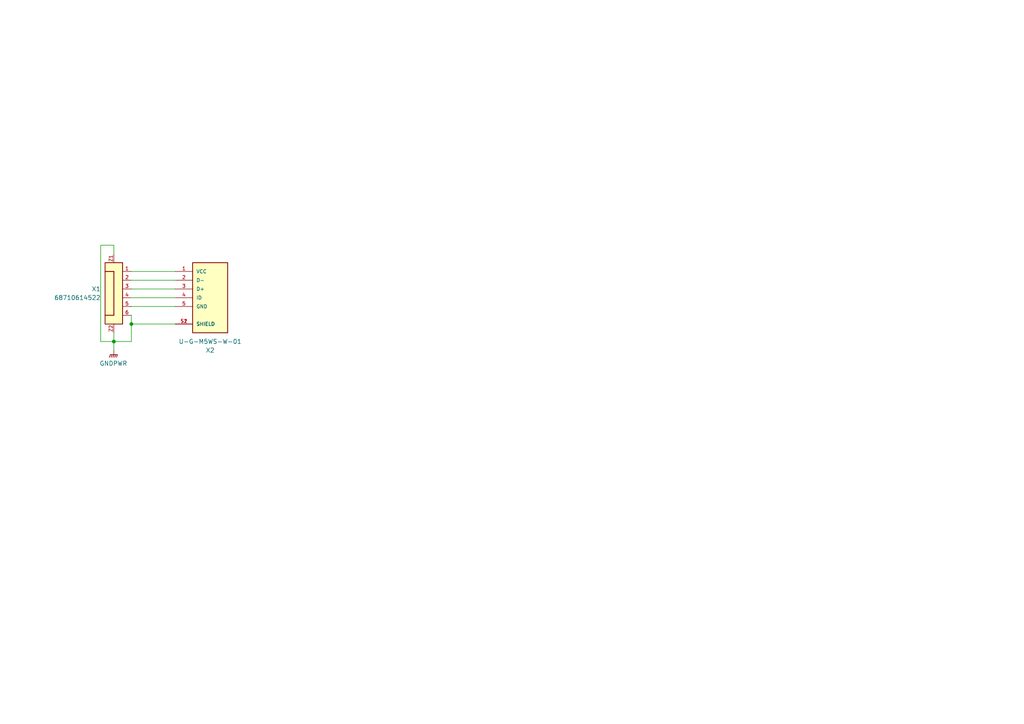
<source format=kicad_sch>
(kicad_sch (version 20231120) (generator "eeschema") (generator_version "8.0")
  (paper "A4")
  (lib_symbols
    (symbol "68710614522:68710614522" (pin_names (offset 1.016))
      (property "Reference" "J" (at -1.27 3.048 0))
      (property "Value" "68710614522" (at 6.05 -5.08 0))
      (symbol "68710614522_0_0"
        (rectangle (start -10.16 -2.54) (end 7.62 2.54) (stroke (width 0.254)) (fill (type background)))
        (polyline (pts (xy -7.62 0) (xy 5.08 0)) (stroke (width 0.254)))
        (polyline (pts (xy -7.62 2.54) (xy -7.62 0)) (stroke (width 0.254)))
        (polyline (pts (xy 5.08 0) (xy 5.08 2.54)) (stroke (width 0.254)))
        (pin passive line (at 5.08 -5.08 90) (length 2.54) (name "~") (number "1"))
        (pin passive line (at 2.54 -5.08 90) (length 2.54) (name "~") (number "2"))
        (pin passive line (at 0 -5.08 90) (length 2.54) (name "~") (number "3"))
        (pin passive line (at -2.54 -5.08 90) (length 2.54) (name "~") (number "4"))
        (pin passive line (at -5.08 -5.08 90) (length 2.54) (name "~") (number "5"))
        (pin passive line (at -7.62 -5.08 90) (length 2.54) (name "~") (number "6"))
        (pin passive line (at 10.16 0 180) (length 2.54) (name "~") (number "Z1"))
        (pin passive line (at -12.7 0 0) (length 2.54) (name "~") (number "Z2"))
      )
    )
    (symbol "U-G-M5WS-W-01:U-G-M5WS-W-01" (pin_names (offset 1.016))
      (property "Reference" "J" (at -5.08 11.43 0))
      (property "Value" "U-G-M5WS-W-01" (at -5.08 -12.7 0))
      (symbol "U-G-M5WS-W-01_0_0"
        (rectangle (start -5.08 -10.16) (end 5.08 10.16) (stroke (width 0.254)) (fill (type background)))
        (pin power_in line (at -10.16 7.62 0) (length 5.08) (name "VCC") (number "1"))
        (pin bidirectional line (at -10.16 5.08 0) (length 5.08) (name "D-") (number "2"))
        (pin bidirectional line (at -10.16 2.54 0) (length 5.08) (name "D+") (number "3"))
        (pin bidirectional line (at -10.16 0 0) (length 5.08) (name "ID") (number "4"))
        (pin power_in line (at -10.16 -2.54 0) (length 5.08) (name "GND") (number "5"))
        (pin passive line (at -10.16 -7.62 0) (length 5.08) (name "SHIELD") (number "S1"))
        (pin passive line (at -10.16 -7.62 0) (length 5.08) (name "SHIELD") (number "S2"))
      )
    )
    (symbol "power:GNDPWR" (power) (pin_numbers hide) (pin_names (offset 0) hide)
      (property "Value" "GNDPWR" (at 0 -3.302 0))
      (symbol "GNDPWR_0_1"
        (polyline (pts (xy 0 -1.27) (xy 0 0)))
        (polyline (pts (xy -1.016 -1.27) (xy -1.27 -2.032) (xy -1.27 -2.032)) (stroke (width 0.2032)))
        (polyline (pts (xy -0.508 -1.27) (xy -0.762 -2.032) (xy -0.762 -2.032)) (stroke (width 0.2032)))
        (polyline (pts (xy 0 -1.27) (xy -0.254 -2.032) (xy -0.254 -2.032)) (stroke (width 0.2032)))
        (polyline (pts (xy 0.508 -1.27) (xy 0.254 -2.032) (xy 0.254 -2.032)) (stroke (width 0.2032)))
        (polyline (pts (xy 1.016 -1.27) (xy -1.016 -1.27) (xy -1.016 -1.27)) (stroke (width 0.2032)))
        (polyline (pts (xy 1.016 -1.27) (xy 0.762 -2.032) (xy 0.762 -2.032) (xy 0.762 -2.032)) (stroke (width 0.2032)))
      )
      (symbol "GNDPWR_1_1"
        (pin power_in line (at 0 0 270) (length 0) (name "~") (number "1"))
      )
    )
  )
  (junction (at 38.1 93.98))
  (junction (at 33.02 99.06))
  (wire (pts (xy 33.02 71.12) (xy 33.02 73.66)))
  (wire (pts (xy 33.02 99.06) (xy 33.02 101.6)))
  (wire (pts (xy 38.1 99.06) (xy 33.02 99.06)))
  (wire (pts (xy 38.1 88.9) (xy 50.8 88.9)))
  (wire (pts (xy 38.1 93.98) (xy 50.8 93.98)))
  (wire (pts (xy 33.02 99.06) (xy 29.21 99.06)))
  (wire (pts (xy 29.21 71.12) (xy 33.02 71.12)))
  (wire (pts (xy 38.1 86.36) (xy 50.8 86.36)))
  (wire (pts (xy 29.21 99.06) (xy 29.21 71.12)))
  (wire (pts (xy 38.1 91.44) (xy 38.1 93.98)))
  (wire (pts (xy 38.1 93.98) (xy 38.1 99.06)))
  (wire (pts (xy 38.1 81.28) (xy 50.8 81.28)))
  (wire (pts (xy 38.1 83.82) (xy 50.8 83.82)))
  (wire (pts (xy 38.1 78.74) (xy 50.8 78.74)))
  (wire (pts (xy 33.02 96.52) (xy 33.02 99.06)))
  (symbol (lib_id "68710614522:68710614522") (at 33.02 83.82 90) (unit 1)
    (property "Reference" "X1" (at 29.21 83.8199 90) (effects (justify left)))
    (property "Value" "68710614522" (at 29.21 86.3599 90) (effects (justify left)))
    (property "Footprint" "68710614522:68710614522" (effects (hide yes)))
    (property "Datasheet" "https://www.we-online.com/components/products/datasheet/68710614522.pdf" (effects (hide yes)))
    (property "Description" "WR-FPC SMT ZIF Horizontal" (effects (hide yes)))
    (property "MPN" "68710614522" (effects (hide yes)))
    (property "Manufacturer" "Wurth Elektronik" (effects (hide yes)))
    (property "Mount" "SMT" (effects (hide yes)))
  )
  (symbol (lib_id "power:GNDPWR") (at 33.02 101.6 0) (unit 1)
    (property "Reference" "#PWR01" (effects (hide yes)))
    (property "Value" "GNDPWR" (at 32.893 105.41 0))
    (property "Description" "Power symbol creates a global label with name \"GNDPWR\" , global ground" (effects (hide yes)))
  )
  (symbol (lib_id "U-G-M5WS-W-01:U-G-M5WS-W-01") (at 60.96 86.36 0) (unit 1)
    (property "Reference" "X2" (at 60.96 101.6 0))
    (property "Value" "U-G-M5WS-W-01" (at 60.96 99.06 0))
    (property "Footprint" "U-G-M5WS-W-01:U-G-M5WS-W-01" (effects (hide yes)))
    (property "Datasheet" "https://www.lcsc.com/datasheet/lcsc_datasheet_1811101526_Korean-Hroparts-Elec-U-G-M5WS-W-01_C283546.pdf" (effects (hide yes)))
    (property "Description" "USB 2.0 1 5P Male Micro-B SMD USB Connectors ROHS" (effects (hide yes)))
    (property "Manufacturer" "HRO Electronics Co., Ltd." (effects (hide yes)))
    (property "MPN" "U-G-M5WS-W-01" (effects (hide yes)))
    (property "Mount" "SMT" (effects (hide yes)))
  )
)
</source>
